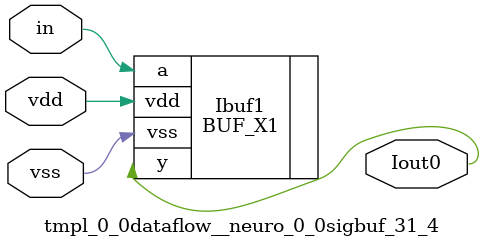
<source format=v>
module tmpl_0_0dataflow__neuro_0_0sigbuf_31_4(in, Iout0 , vdd, vss); 
   input vdd;
   input vss;
   input in;
   

// -- signals ---
   wire in;
   output Iout0 ;

// --- instances
BUF_X1 Ibuf1  (.y(Iout0 ), .a(in), .vdd(vdd), .vss(vss));
endmodule
</source>
